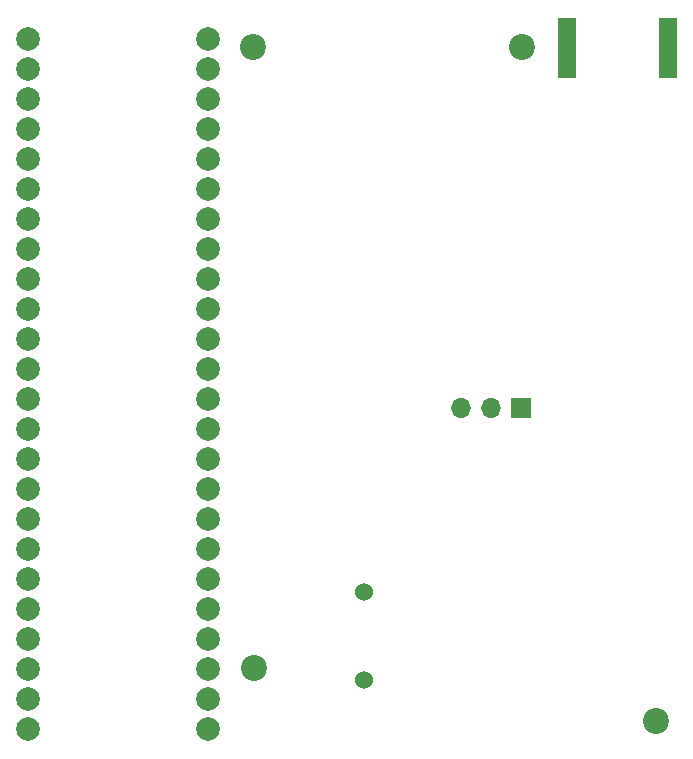
<source format=gbr>
%TF.GenerationSoftware,KiCad,Pcbnew,8.0.3*%
%TF.CreationDate,2024-09-25T15:44:19-04:00*%
%TF.ProjectId,RF4463F30-test-board,52463434-3633-4463-9330-2d746573742d,rev?*%
%TF.SameCoordinates,Original*%
%TF.FileFunction,Soldermask,Bot*%
%TF.FilePolarity,Negative*%
%FSLAX46Y46*%
G04 Gerber Fmt 4.6, Leading zero omitted, Abs format (unit mm)*
G04 Created by KiCad (PCBNEW 8.0.3) date 2024-09-25 15:44:19*
%MOMM*%
%LPD*%
G01*
G04 APERTURE LIST*
%ADD10C,2.200000*%
%ADD11R,1.700000X1.700000*%
%ADD12O,1.700000X1.700000*%
%ADD13C,1.524000*%
%ADD14R,1.500000X5.080000*%
%ADD15C,2.000000*%
G04 APERTURE END LIST*
D10*
%TO.C,H4*%
X136800000Y-132050000D03*
%TD*%
D11*
%TO.C,JPower1*%
X159350000Y-110050000D03*
D12*
X156810000Y-110050000D03*
X154270000Y-110050000D03*
%TD*%
D10*
%TO.C,H1*%
X159450000Y-79500000D03*
%TD*%
D13*
%TO.C,BZ1*%
X146050000Y-133100000D03*
X146050000Y-125600000D03*
%TD*%
D14*
%TO.C,ANT1*%
X163300000Y-79600000D03*
X171800000Y-79600000D03*
%TD*%
D15*
%TO.C,Teensy4.1*%
X132900000Y-134710000D03*
X132900000Y-132170000D03*
X132900000Y-129630000D03*
X132900000Y-127090000D03*
X132900000Y-101690000D03*
X117660000Y-132170000D03*
X132900000Y-124550000D03*
X132900000Y-122010000D03*
X117660000Y-137250000D03*
X132900000Y-119470000D03*
X132900000Y-116930000D03*
X132900000Y-114390000D03*
X132900000Y-111850000D03*
X132900000Y-109310000D03*
X132900000Y-106770000D03*
X132900000Y-104230000D03*
X117660000Y-104230000D03*
X117660000Y-106770000D03*
X117660000Y-109310000D03*
X117660000Y-111850000D03*
X117660000Y-114390000D03*
X117660000Y-116930000D03*
X117660000Y-119470000D03*
X117660000Y-122010000D03*
X117660000Y-124550000D03*
X117660000Y-127090000D03*
X117660000Y-129630000D03*
X132900000Y-99150000D03*
X132900000Y-96610000D03*
X132900000Y-94070000D03*
X132900000Y-91530000D03*
X132900000Y-88990000D03*
X132900000Y-86450000D03*
X132900000Y-83910000D03*
X132900000Y-81370000D03*
X132900000Y-78830000D03*
X117660000Y-78830000D03*
X117660000Y-81370000D03*
X117660000Y-83910000D03*
X117660000Y-86450000D03*
X117660000Y-88990000D03*
X117660000Y-91530000D03*
X117660000Y-94070000D03*
X117660000Y-96610000D03*
X117660000Y-99150000D03*
X132900000Y-137250000D03*
X117660000Y-134710000D03*
X117660000Y-101690000D03*
%TD*%
D10*
%TO.C,H3*%
X136700000Y-79500000D03*
%TD*%
%TO.C,H2*%
X170800000Y-136600000D03*
%TD*%
M02*

</source>
